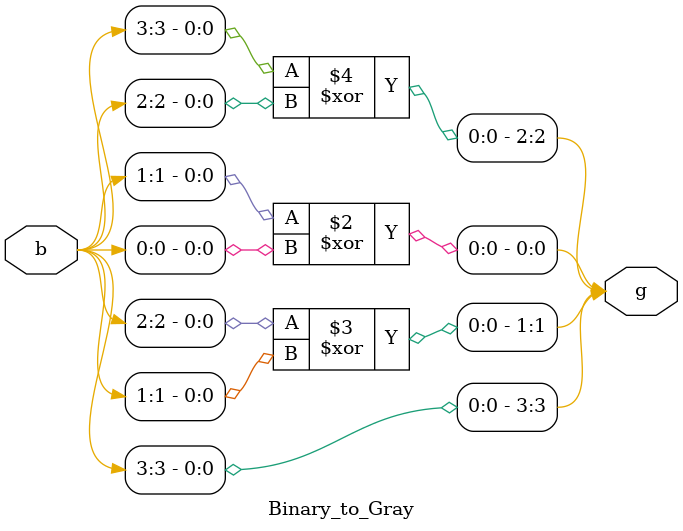
<source format=v>
`timescale 1ns / 1ps
module Binary_to_Gray(
    input [3:0] b,       
    output reg[3:0] g       
    );
 always@(b)
 begin
 g[0]=b[1]^b[0];   
 g[1]=b[2]^b[1];
 g[2]=b[3]^b[2];
 g[3]=b[3];
 end
endmodule
</source>
